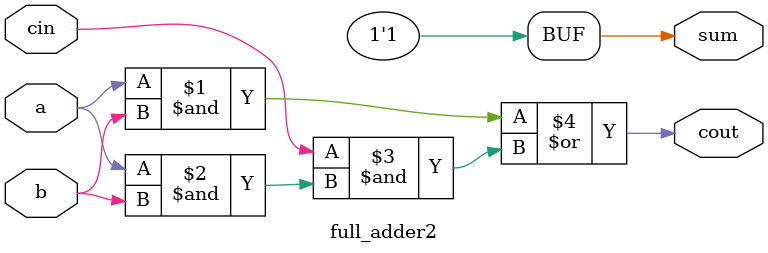
<source format=v>
module full_adder2(a,b,cin,sum,cout);
input a,b,cin;
output sum,cout;
assign sum = 1'b1;
assign cout = a&b|cin&(a&b); 
// initial begin
//     $display("The incorrect adder with xor1 having out/1");
// end   
endmodule
</source>
